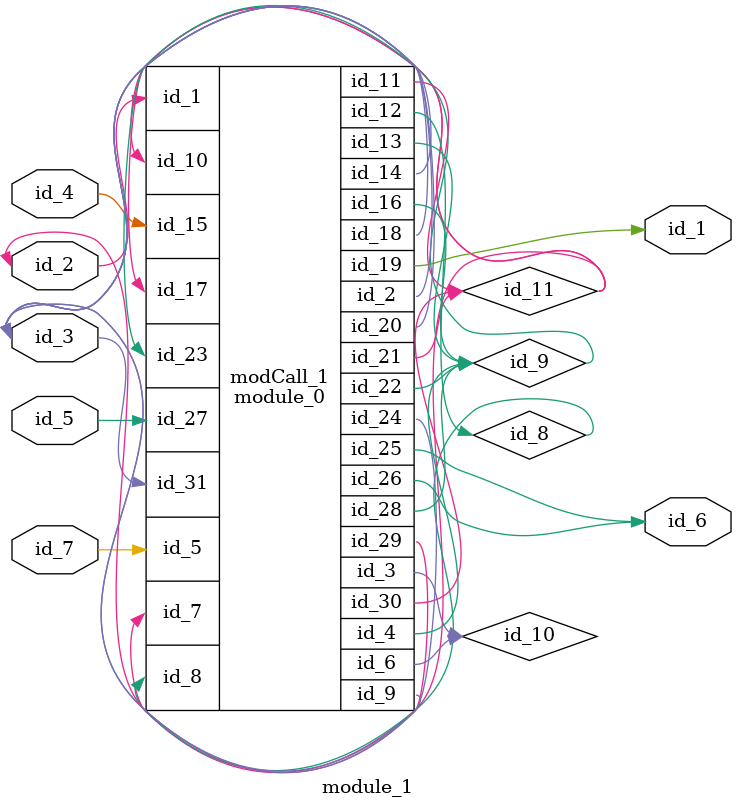
<source format=v>
module module_0 (
    id_1,
    id_2,
    id_3,
    id_4,
    id_5,
    id_6,
    id_7,
    id_8,
    id_9,
    id_10,
    id_11,
    id_12,
    id_13,
    id_14,
    id_15,
    id_16,
    id_17,
    id_18,
    id_19,
    id_20,
    id_21,
    id_22,
    id_23,
    id_24,
    id_25,
    id_26,
    id_27,
    id_28,
    id_29,
    id_30,
    id_31
);
  input wire id_31;
  inout wire id_30;
  inout wire id_29;
  inout wire id_28;
  input wire id_27;
  output wire id_26;
  output wire id_25;
  output wire id_24;
  input wire id_23;
  inout wire id_22;
  inout wire id_21;
  output wire id_20;
  output wire id_19;
  inout wire id_18;
  input wire id_17;
  output wire id_16;
  input wire id_15;
  output wire id_14;
  inout wire id_13;
  output wire id_12;
  output wire id_11;
  input wire id_10;
  output wire id_9;
  input wire id_8;
  input wire id_7;
  output wire id_6;
  input wire id_5;
  inout wire id_4;
  inout wire id_3;
  inout wire id_2;
  input wire id_1;
endmodule
module module_1 (
    id_1,
    id_2,
    id_3,
    id_4,
    id_5,
    id_6,
    id_7
);
  input wire id_7;
  output wire id_6;
  input wire id_5;
  input wire id_4;
  inout wire id_3;
  inout wire id_2;
  output wire id_1;
  wire id_8, id_9;
  wire id_10, id_11;
  module_0 modCall_1 (
      id_2,
      id_3,
      id_10,
      id_9,
      id_7,
      id_10,
      id_11,
      id_8,
      id_3,
      id_11,
      id_11,
      id_8,
      id_9,
      id_3,
      id_4,
      id_9,
      id_11,
      id_3,
      id_1,
      id_3,
      id_11,
      id_9,
      id_9,
      id_3,
      id_6,
      id_6,
      id_5,
      id_9,
      id_2,
      id_11,
      id_3
  );
endmodule

</source>
